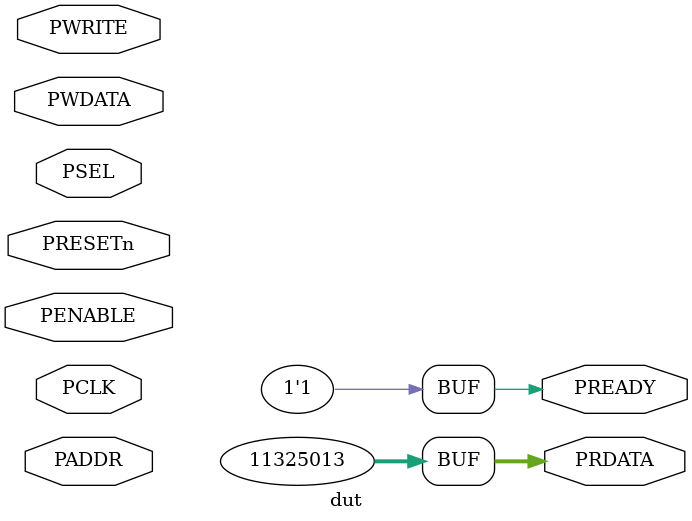
<source format=sv>
module dut(
    input PCLK,
    input PRESETn,
    input [31:0] PADDR,
    input [31:0] PWDATA,
    input PSEL,
    input PENABLE,
    input PWRITE,

    output PREADY,
    output [31:0] PRDATA
);

assign PREADY = 1'b1;
assign PRDATA = 32'hACCE55;


endmodule


</source>
